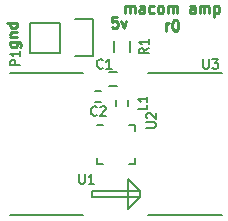
<source format=gto>
G04 #@! TF.FileFunction,Legend,Top*
%FSLAX46Y46*%
G04 Gerber Fmt 4.6, Leading zero omitted, Abs format (unit mm)*
G04 Created by KiCad (PCBNEW 4.0.2-stable) date Tue Apr 26 20:17:22 2016*
%MOMM*%
G01*
G04 APERTURE LIST*
%ADD10C,0.100000*%
%ADD11C,0.225000*%
%ADD12C,0.200000*%
%ADD13C,0.150000*%
G04 APERTURE END LIST*
D10*
D11*
X141121429Y-94257143D02*
X140692858Y-94257143D01*
X140650001Y-94685714D01*
X140692858Y-94642857D01*
X140778572Y-94600000D01*
X140992858Y-94600000D01*
X141078572Y-94642857D01*
X141121429Y-94685714D01*
X141164286Y-94771429D01*
X141164286Y-94985714D01*
X141121429Y-95071429D01*
X141078572Y-95114286D01*
X140992858Y-95157143D01*
X140778572Y-95157143D01*
X140692858Y-95114286D01*
X140650001Y-95071429D01*
X141464286Y-94557143D02*
X141678572Y-95157143D01*
X141892858Y-94557143D01*
X132057143Y-96371429D02*
X132785714Y-96371429D01*
X132871429Y-96414286D01*
X132914286Y-96457143D01*
X132957143Y-96542858D01*
X132957143Y-96671429D01*
X132914286Y-96757143D01*
X132614286Y-96371429D02*
X132657143Y-96457143D01*
X132657143Y-96628572D01*
X132614286Y-96714286D01*
X132571429Y-96757143D01*
X132485714Y-96800000D01*
X132228571Y-96800000D01*
X132142857Y-96757143D01*
X132100000Y-96714286D01*
X132057143Y-96628572D01*
X132057143Y-96457143D01*
X132100000Y-96371429D01*
X132057143Y-95942857D02*
X132657143Y-95942857D01*
X132142857Y-95942857D02*
X132100000Y-95900000D01*
X132057143Y-95814286D01*
X132057143Y-95685714D01*
X132100000Y-95600000D01*
X132185714Y-95557143D01*
X132657143Y-95557143D01*
X132657143Y-94742857D02*
X131757143Y-94742857D01*
X132614286Y-94742857D02*
X132657143Y-94828571D01*
X132657143Y-95000000D01*
X132614286Y-95085714D01*
X132571429Y-95128571D01*
X132485714Y-95171428D01*
X132228571Y-95171428D01*
X132142857Y-95128571D01*
X132100000Y-95085714D01*
X132057143Y-95000000D01*
X132057143Y-94828571D01*
X132100000Y-94742857D01*
X141807143Y-93914643D02*
X141807143Y-93314643D01*
X141807143Y-93400357D02*
X141850000Y-93357500D01*
X141935714Y-93314643D01*
X142064286Y-93314643D01*
X142150000Y-93357500D01*
X142192857Y-93443214D01*
X142192857Y-93914643D01*
X142192857Y-93443214D02*
X142235714Y-93357500D01*
X142321428Y-93314643D01*
X142450000Y-93314643D01*
X142535714Y-93357500D01*
X142578571Y-93443214D01*
X142578571Y-93914643D01*
X143392857Y-93914643D02*
X143392857Y-93443214D01*
X143350000Y-93357500D01*
X143264286Y-93314643D01*
X143092857Y-93314643D01*
X143007143Y-93357500D01*
X143392857Y-93871786D02*
X143307143Y-93914643D01*
X143092857Y-93914643D01*
X143007143Y-93871786D01*
X142964286Y-93786071D01*
X142964286Y-93700357D01*
X143007143Y-93614643D01*
X143092857Y-93571786D01*
X143307143Y-93571786D01*
X143392857Y-93528929D01*
X144207143Y-93871786D02*
X144121429Y-93914643D01*
X143950000Y-93914643D01*
X143864286Y-93871786D01*
X143821429Y-93828929D01*
X143778572Y-93743214D01*
X143778572Y-93486071D01*
X143821429Y-93400357D01*
X143864286Y-93357500D01*
X143950000Y-93314643D01*
X144121429Y-93314643D01*
X144207143Y-93357500D01*
X144721429Y-93914643D02*
X144635715Y-93871786D01*
X144592858Y-93828929D01*
X144550001Y-93743214D01*
X144550001Y-93486071D01*
X144592858Y-93400357D01*
X144635715Y-93357500D01*
X144721429Y-93314643D01*
X144850001Y-93314643D01*
X144935715Y-93357500D01*
X144978572Y-93400357D01*
X145021429Y-93486071D01*
X145021429Y-93743214D01*
X144978572Y-93828929D01*
X144935715Y-93871786D01*
X144850001Y-93914643D01*
X144721429Y-93914643D01*
X145407144Y-93914643D02*
X145407144Y-93314643D01*
X145407144Y-93400357D02*
X145450001Y-93357500D01*
X145535715Y-93314643D01*
X145664287Y-93314643D01*
X145750001Y-93357500D01*
X145792858Y-93443214D01*
X145792858Y-93914643D01*
X145792858Y-93443214D02*
X145835715Y-93357500D01*
X145921429Y-93314643D01*
X146050001Y-93314643D01*
X146135715Y-93357500D01*
X146178572Y-93443214D01*
X146178572Y-93914643D01*
X147678572Y-93914643D02*
X147678572Y-93443214D01*
X147635715Y-93357500D01*
X147550001Y-93314643D01*
X147378572Y-93314643D01*
X147292858Y-93357500D01*
X147678572Y-93871786D02*
X147592858Y-93914643D01*
X147378572Y-93914643D01*
X147292858Y-93871786D01*
X147250001Y-93786071D01*
X147250001Y-93700357D01*
X147292858Y-93614643D01*
X147378572Y-93571786D01*
X147592858Y-93571786D01*
X147678572Y-93528929D01*
X148107144Y-93914643D02*
X148107144Y-93314643D01*
X148107144Y-93400357D02*
X148150001Y-93357500D01*
X148235715Y-93314643D01*
X148364287Y-93314643D01*
X148450001Y-93357500D01*
X148492858Y-93443214D01*
X148492858Y-93914643D01*
X148492858Y-93443214D02*
X148535715Y-93357500D01*
X148621429Y-93314643D01*
X148750001Y-93314643D01*
X148835715Y-93357500D01*
X148878572Y-93443214D01*
X148878572Y-93914643D01*
X149307144Y-93314643D02*
X149307144Y-94214643D01*
X149307144Y-93357500D02*
X149392858Y-93314643D01*
X149564287Y-93314643D01*
X149650001Y-93357500D01*
X149692858Y-93400357D01*
X149735715Y-93486071D01*
X149735715Y-93743214D01*
X149692858Y-93828929D01*
X149650001Y-93871786D01*
X149564287Y-93914643D01*
X149392858Y-93914643D01*
X149307144Y-93871786D01*
X145257143Y-95399643D02*
X145257143Y-94799643D01*
X145257143Y-94971071D02*
X145300000Y-94885357D01*
X145342857Y-94842500D01*
X145428571Y-94799643D01*
X145514286Y-94799643D01*
X145985714Y-94499643D02*
X146071429Y-94499643D01*
X146157143Y-94542500D01*
X146200000Y-94585357D01*
X146242857Y-94671071D01*
X146285714Y-94842500D01*
X146285714Y-95056786D01*
X146242857Y-95228214D01*
X146200000Y-95313929D01*
X146157143Y-95356786D01*
X146071429Y-95399643D01*
X145985714Y-95399643D01*
X145900000Y-95356786D01*
X145857143Y-95313929D01*
X145814286Y-95228214D01*
X145771429Y-95056786D01*
X145771429Y-94842500D01*
X145814286Y-94671071D01*
X145857143Y-94585357D01*
X145900000Y-94542500D01*
X145985714Y-94499643D01*
D12*
X139000000Y-109000000D02*
X139000000Y-109500000D01*
X143000000Y-109000000D02*
X142500000Y-109000000D01*
X143000000Y-109500000D02*
X143000000Y-109000000D01*
X142000000Y-110500000D02*
X143000000Y-109500000D01*
X142000000Y-108000000D02*
X142000000Y-110500000D01*
X143000000Y-109000000D02*
X142000000Y-108000000D01*
X139000000Y-109000000D02*
X143000000Y-109000000D01*
X139000000Y-109500000D02*
X143000000Y-109500000D01*
D13*
X141100000Y-100100000D02*
X140400000Y-100100000D01*
X140400000Y-98900000D02*
X141100000Y-98900000D01*
X139200000Y-101475000D02*
X139700000Y-101475000D01*
X139700000Y-100525000D02*
X139200000Y-100525000D01*
X142025000Y-101800000D02*
X142025000Y-101300000D01*
X140975000Y-101300000D02*
X140975000Y-101800000D01*
X136270000Y-97270000D02*
X133730000Y-97270000D01*
X139090000Y-97550000D02*
X137540000Y-97550000D01*
X136270000Y-97270000D02*
X136270000Y-94730000D01*
X137540000Y-94450000D02*
X139090000Y-94450000D01*
X139090000Y-94450000D02*
X139090000Y-97550000D01*
X136270000Y-94730000D02*
X133730000Y-94730000D01*
X133730000Y-94730000D02*
X133730000Y-97270000D01*
X140825000Y-97250000D02*
X140825000Y-96250000D01*
X142175000Y-96250000D02*
X142175000Y-97250000D01*
X132000000Y-111000000D02*
X138250000Y-111000000D01*
X132000000Y-99000000D02*
X138250000Y-99000000D01*
X142625000Y-103425000D02*
X142625000Y-103925000D01*
X139375000Y-106675000D02*
X139375000Y-106175000D01*
X142625000Y-106675000D02*
X142625000Y-106175000D01*
X139375000Y-103425000D02*
X139875000Y-103425000D01*
X139375000Y-106675000D02*
X139875000Y-106675000D01*
X142625000Y-106675000D02*
X142125000Y-106675000D01*
X142625000Y-103425000D02*
X142125000Y-103425000D01*
X150000000Y-99000000D02*
X143750000Y-99000000D01*
X150000000Y-111000000D02*
X143750000Y-111000000D01*
X139866667Y-98535714D02*
X139828572Y-98573810D01*
X139714286Y-98611905D01*
X139638096Y-98611905D01*
X139523810Y-98573810D01*
X139447619Y-98497619D01*
X139409524Y-98421429D01*
X139371429Y-98269048D01*
X139371429Y-98154762D01*
X139409524Y-98002381D01*
X139447619Y-97926190D01*
X139523810Y-97850000D01*
X139638096Y-97811905D01*
X139714286Y-97811905D01*
X139828572Y-97850000D01*
X139866667Y-97888095D01*
X140628572Y-98611905D02*
X140171429Y-98611905D01*
X140400000Y-98611905D02*
X140400000Y-97811905D01*
X140323810Y-97926190D01*
X140247619Y-98002381D01*
X140171429Y-98040476D01*
X139366667Y-102535714D02*
X139328572Y-102573810D01*
X139214286Y-102611905D01*
X139138096Y-102611905D01*
X139023810Y-102573810D01*
X138947619Y-102497619D01*
X138909524Y-102421429D01*
X138871429Y-102269048D01*
X138871429Y-102154762D01*
X138909524Y-102002381D01*
X138947619Y-101926190D01*
X139023810Y-101850000D01*
X139138096Y-101811905D01*
X139214286Y-101811905D01*
X139328572Y-101850000D01*
X139366667Y-101888095D01*
X139671429Y-101888095D02*
X139709524Y-101850000D01*
X139785715Y-101811905D01*
X139976191Y-101811905D01*
X140052381Y-101850000D01*
X140090477Y-101888095D01*
X140128572Y-101964286D01*
X140128572Y-102040476D01*
X140090477Y-102154762D01*
X139633334Y-102611905D01*
X140128572Y-102611905D01*
X143661905Y-101683333D02*
X143661905Y-102064286D01*
X142861905Y-102064286D01*
X143661905Y-100997619D02*
X143661905Y-101454762D01*
X143661905Y-101226191D02*
X142861905Y-101226191D01*
X142976190Y-101302381D01*
X143052381Y-101378572D01*
X143090476Y-101454762D01*
X132861905Y-98340476D02*
X132061905Y-98340476D01*
X132061905Y-98035714D01*
X132100000Y-97959523D01*
X132138095Y-97921428D01*
X132214286Y-97883333D01*
X132328571Y-97883333D01*
X132404762Y-97921428D01*
X132442857Y-97959523D01*
X132480952Y-98035714D01*
X132480952Y-98340476D01*
X132861905Y-97121428D02*
X132861905Y-97578571D01*
X132861905Y-97350000D02*
X132061905Y-97350000D01*
X132176190Y-97426190D01*
X132252381Y-97502381D01*
X132290476Y-97578571D01*
X143761905Y-96883333D02*
X143380952Y-97150000D01*
X143761905Y-97340476D02*
X142961905Y-97340476D01*
X142961905Y-97035714D01*
X143000000Y-96959523D01*
X143038095Y-96921428D01*
X143114286Y-96883333D01*
X143228571Y-96883333D01*
X143304762Y-96921428D01*
X143342857Y-96959523D01*
X143380952Y-97035714D01*
X143380952Y-97340476D01*
X143761905Y-96121428D02*
X143761905Y-96578571D01*
X143761905Y-96350000D02*
X142961905Y-96350000D01*
X143076190Y-96426190D01*
X143152381Y-96502381D01*
X143190476Y-96578571D01*
X137890476Y-107561905D02*
X137890476Y-108209524D01*
X137928571Y-108285714D01*
X137966667Y-108323810D01*
X138042857Y-108361905D01*
X138195238Y-108361905D01*
X138271429Y-108323810D01*
X138309524Y-108285714D01*
X138347619Y-108209524D01*
X138347619Y-107561905D01*
X139147619Y-108361905D02*
X138690476Y-108361905D01*
X138919047Y-108361905D02*
X138919047Y-107561905D01*
X138842857Y-107676190D01*
X138766666Y-107752381D01*
X138690476Y-107790476D01*
X143561905Y-103609524D02*
X144209524Y-103609524D01*
X144285714Y-103571429D01*
X144323810Y-103533333D01*
X144361905Y-103457143D01*
X144361905Y-103304762D01*
X144323810Y-103228571D01*
X144285714Y-103190476D01*
X144209524Y-103152381D01*
X143561905Y-103152381D01*
X143638095Y-102809524D02*
X143600000Y-102771429D01*
X143561905Y-102695238D01*
X143561905Y-102504762D01*
X143600000Y-102428572D01*
X143638095Y-102390476D01*
X143714286Y-102352381D01*
X143790476Y-102352381D01*
X143904762Y-102390476D01*
X144361905Y-102847619D01*
X144361905Y-102352381D01*
X148390476Y-97811905D02*
X148390476Y-98459524D01*
X148428571Y-98535714D01*
X148466667Y-98573810D01*
X148542857Y-98611905D01*
X148695238Y-98611905D01*
X148771429Y-98573810D01*
X148809524Y-98535714D01*
X148847619Y-98459524D01*
X148847619Y-97811905D01*
X149152381Y-97811905D02*
X149647619Y-97811905D01*
X149380952Y-98116667D01*
X149495238Y-98116667D01*
X149571428Y-98154762D01*
X149609524Y-98192857D01*
X149647619Y-98269048D01*
X149647619Y-98459524D01*
X149609524Y-98535714D01*
X149571428Y-98573810D01*
X149495238Y-98611905D01*
X149266666Y-98611905D01*
X149190476Y-98573810D01*
X149152381Y-98535714D01*
M02*

</source>
